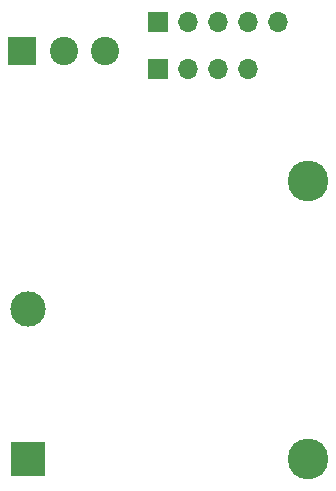
<source format=gbr>
%TF.GenerationSoftware,KiCad,Pcbnew,5.1.10*%
%TF.CreationDate,2021-06-08T01:23:06+10:00*%
%TF.ProjectId,mail-to-telegram,6d61696c-2d74-46f2-9d74-656c65677261,v1.0*%
%TF.SameCoordinates,Original*%
%TF.FileFunction,Soldermask,Bot*%
%TF.FilePolarity,Negative*%
%FSLAX46Y46*%
G04 Gerber Fmt 4.6, Leading zero omitted, Abs format (unit mm)*
G04 Created by KiCad (PCBNEW 5.1.10) date 2021-06-08 01:23:06*
%MOMM*%
%LPD*%
G01*
G04 APERTURE LIST*
%ADD10C,3.450000*%
%ADD11C,3.000000*%
%ADD12R,3.000000X3.000000*%
%ADD13O,1.700000X1.700000*%
%ADD14R,1.700000X1.700000*%
%ADD15C,2.400000*%
%ADD16R,2.400000X2.400000*%
G04 APERTURE END LIST*
D10*
%TO.C,BT1*%
X146720000Y-89000000D03*
X146720000Y-112500000D03*
D11*
X123000000Y-99800000D03*
D12*
X123000000Y-112500000D03*
%TD*%
D13*
%TO.C,J2*%
X141620000Y-79500000D03*
X139080000Y-79500000D03*
X136540000Y-79500000D03*
D14*
X134000000Y-79500000D03*
%TD*%
D13*
%TO.C,J1*%
X144160000Y-75500000D03*
X141620000Y-75500000D03*
X139080000Y-75500000D03*
X136540000Y-75500000D03*
D14*
X134000000Y-75500000D03*
%TD*%
D15*
%TO.C,J3*%
X129500000Y-78000000D03*
X126000000Y-78000000D03*
D16*
X122500000Y-78000000D03*
%TD*%
M02*

</source>
